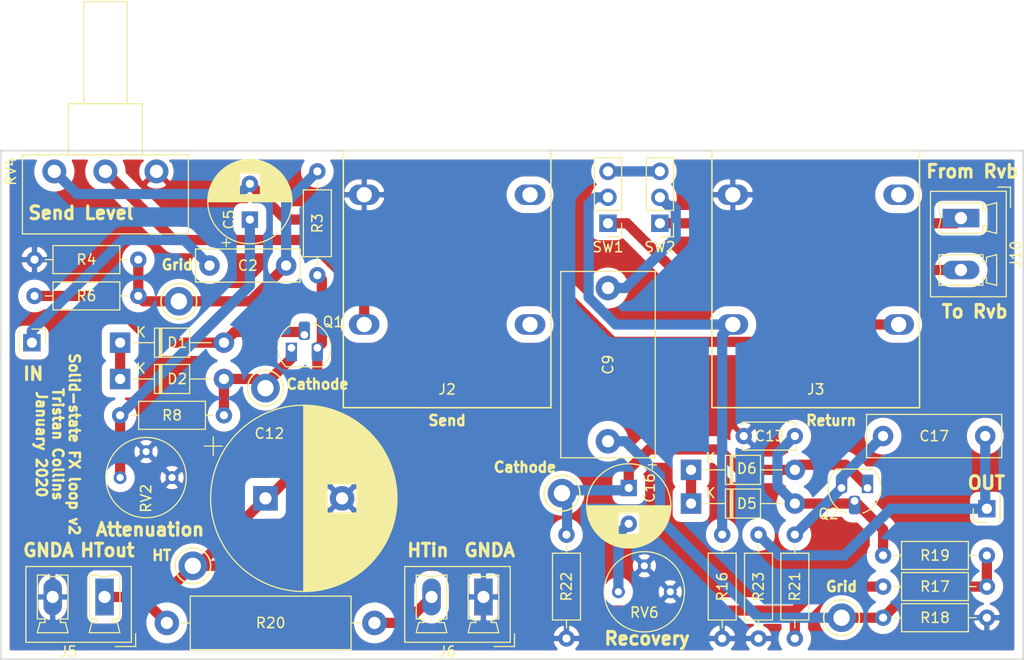
<source format=kicad_pcb>
(kicad_pcb (version 20171130) (host pcbnew "(5.1.5-0-10_14)")
  (layers (0 F.Cu signal) (31 B.Cu signal) (34 B.Paste user) (35 F.Paste user) (36 B.SilkS user) (37 F.SilkS user) (38 B.Mask user) (39 F.Mask user) (44 Edge.Cuts user))
  (net 0 "")
  (net 1 "Net-(C2-Pad1)")
  (net 2 "Net-(C2-Pad2)")
  (net 3 GNDA)
  (net 4 "Net-(C5-Pad2)")
  (net 5 "Net-(C5-Pad1)")
  (net 6 B+)
  (net 7 "Net-(C16-Pad1)")
  (net 8 "Net-(J6-Pad2)")
  (net 9 "Net-(C17-Pad2)")
  (net 10 "Net-(D2-Pad2)")
  (net 11 "Net-(D1-Pad2)")
  (net 12 "Net-(C13-Pad2)")
  (net 13 "Net-(C17-Pad1)")
  (net 14 "Net-(C9-Pad1)")
  (net 15 "Net-(SW1-Pad3)")
  (net 16 "Net-(C16-Pad2)")
  (net 17 "Net-(D1-Pad1)")
  (net 18 "Net-(D5-Pad1)")
  (net 19 "Net-(C9-Pad2)")
  (net 20 "Net-(J10-Pad2)")
  (net 21 "Net-(J10-Pad1)")
  (net 22 "Net-(J3-PadT)")
  (net 23 "Net-(J2-PadT)")
  (module TCcustom:GuitarJack (layer F.Cu) (at 179.337 58.42 90)
    (fp_text reference J3 (at -12.7 0) (layer F.SilkS))
    (fp_text value GuitarJack)
    (pad SN thru_hole oval (at 6.35 8.115 90) (size 2 3) (drill 1.5) (layers *.Cu *.Mask))
    (pad S thru_hole oval (at 6.35 -8.115 90) (size 2 3) (drill 1.5) (layers *.Cu *.Mask) (net 3 GNDA))
    (pad TN thru_hole oval (at -6.35 8.115 90) (size 2 3) (drill 1.5) (layers *.Cu *.Mask) (net 4 "Net-(C5-Pad2)"))
    (pad T thru_hole oval (at -6.35 -8.115 90) (size 2 3) (drill 1.5) (layers *.Cu *.Mask) (net 22 "Net-(J3-PadT)"))
  )
  (module TCcustom:GuitarJack (layer F.Cu) (at 143.256 58.42 90)
    (fp_text reference J2 (at -12.7 0) (layer F.SilkS))
    (fp_text value GuitarJack)
    (pad SN thru_hole oval (at 6.35 8.115 90) (size 2 3) (drill 1.5) (layers *.Cu *.Mask))
    (pad S thru_hole oval (at 6.35 -8.115 90) (size 2 3) (drill 1.5) (layers *.Cu *.Mask) (net 3 GNDA))
    (pad TN thru_hole oval (at -6.35 8.115 90) (size 2 3) (drill 1.5) (layers *.Cu *.Mask))
    (pad T thru_hole oval (at -6.35 -8.115 90) (size 2 3) (drill 1.5) (layers *.Cu *.Mask) (net 23 "Net-(J2-PadT)"))
  )
  (module Potentiometer_THT:Potentiometer_Piher_T-16H_Single_Horizontal (layer F.Cu) (at 114.808 49.784 90)
    (fp_text reference RV4 (at 0 -14.25 90) (layer F.SilkS))
    (fp_text value "25k Log")
    (pad 1 thru_hole circle (at 0 0 90) (size 2.34 2.34) (drill 1.3) (layers *.Cu *.Mask) (net 3 GNDA))
    (pad 2 thru_hole circle (at 0 -5 90) (size 2.34 2.34) (drill 1.3) (layers *.Cu *.Mask) (net 23 "Net-(J2-PadT)"))
    (pad 3 thru_hole circle (at 0 -10 90) (size 2.34 2.34) (drill 1.3) (layers *.Cu *.Mask) (net 4 "Net-(C5-Pad2)"))
  )
  (module Potentiometer_THT:Potentiometer_Bourns_3339P_Vertical (layer F.Cu) (at 160.02 90.932 270)
    (fp_text reference RV6 (at 2.032 -2.54) (layer F.SilkS))
    (fp_text value "50k Lin")
    (pad 3 thru_hole circle (at 0 -5.08 270) (size 1.26 1.26) (drill 0.7) (layers *.Cu *.Mask) (net 3 GNDA))
    (pad 2 thru_hole circle (at -2.54 -2.54 270) (size 1.26 1.26) (drill 0.7) (layers *.Cu *.Mask) (net 3 GNDA))
    (pad 1 thru_hole circle (at 0 0 270) (size 1.26 1.26) (drill 0.7) (layers *.Cu *.Mask) (net 16 "Net-(C16-Pad2)"))
  )
  (module Capacitor_THT:C_Disc_D5.0mm_W2.5mm_P5.00mm (layer F.Cu) (at 172.292 75.692)
    (fp_text reference C13 (at 2.54 0) (layer F.SilkS))
    (fp_text value 100p)
    (pad 2 thru_hole circle (at 5 0) (size 1.6 1.6) (drill 0.8) (layers *.Cu *.Mask) (net 12 "Net-(C13-Pad2)"))
    (pad 1 thru_hole circle (at 0 0) (size 1.6 1.6) (drill 0.8) (layers *.Cu *.Mask) (net 3 GNDA))
  )
  (module Diode_THT:D_T-1_P10.16mm_Horizontal (layer F.Cu) (at 167.132 79)
    (fp_text reference D6 (at 5.461 -0.127) (layer F.SilkS))
    (fp_text value 12V)
    (fp_text user K (at 1.905 -1.143) (layer F.SilkS))
    (pad 1 thru_hole rect (at 0 0) (size 2 2) (drill 1) (layers *.Cu *.Mask) (net 18 "Net-(D5-Pad1)"))
    (pad 2 thru_hole oval (at 10.16 0) (size 2 2) (drill 1) (layers *.Cu *.Mask) (net 7 "Net-(C16-Pad1)"))
  )
  (module TCcustom:R_Axial_DIN0207_L6.3mm_D2.5mm_P10.16mm_Horizontal_TC (layer F.Cu) (at 185.928 87.376)
    (fp_text reference R19 (at 5.08 0) (layer F.SilkS))
    (fp_text value 10k)
    (pad 2 thru_hole oval (at 10.16 0) (size 1.6 1.6) (drill 0.8) (layers *.Cu *.Mask) (net 14 "Net-(C9-Pad1)"))
    (pad 1 thru_hole circle (at 0 0) (size 1.6 1.6) (drill 0.8) (layers *.Cu *.Mask) (net 12 "Net-(C13-Pad2)"))
  )
  (module Capacitor_THT:C_Rect_L10.0mm_W3.0mm_P7.50mm_FKS3_FKP3 (layer F.Cu) (at 127.5 59 180)
    (fp_text reference C2 (at 3.75 0 180) (layer F.SilkS))
    (fp_text value "10n 630V")
    (pad 1 thru_hole circle (at 0 0 180) (size 2 2) (drill 1) (layers *.Cu *.Mask) (net 1 "Net-(C2-Pad1)"))
    (pad 2 thru_hole circle (at 7.5 0 180) (size 2 2) (drill 1) (layers *.Cu *.Mask) (net 2 "Net-(C2-Pad2)"))
  )
  (module Capacitor_THT:CP_Radial_D18.0mm_P7.50mm (layer F.Cu) (at 125.476 81.788)
    (fp_text reference C12 (at 0.381 -6.35) (layer F.SilkS))
    (fp_text value "47u 450V")
    (pad 1 thru_hole rect (at 0 0) (size 2.4 2.4) (drill 1.2) (layers *.Cu *.Mask) (net 6 B+))
    (pad 2 thru_hole circle (at 7.5 0) (size 2.4 2.4) (drill 1.2) (layers *.Cu *.Mask) (net 3 GNDA))
  )
  (module Connector_Phoenix_MC_HighVoltage:PhoenixContact_MCV_1,5_2-G-5.08_1x02_P5.08mm_Vertical (layer F.Cu) (at 109.728 91.44 180)
    (fp_text reference J5 (at 3.54 -5.35 180) (layer F.SilkS))
    (fp_text value Screw_Terminal_1x02)
    (pad 1 thru_hole rect (at 0 0 180) (size 1.8 3.6) (drill 1.2) (layers *.Cu *.Mask) (net 6 B+))
    (pad 2 thru_hole oval (at 5.08 0 180) (size 1.8 3.6) (drill 1.2) (layers *.Cu *.Mask) (net 3 GNDA))
  )
  (module Connector_Phoenix_MC_HighVoltage:PhoenixContact_MCV_1,5_2-G-5.08_1x02_P5.08mm_Vertical (layer F.Cu) (at 146.812 91.44 180)
    (fp_text reference J6 (at 3.54 -5.35 180) (layer F.SilkS))
    (fp_text value Screw_Terminal_1x02)
    (pad 2 thru_hole oval (at 5.08 0 180) (size 1.8 3.6) (drill 1.2) (layers *.Cu *.Mask) (net 8 "Net-(J6-Pad2)"))
    (pad 1 thru_hole rect (at 0 0 180) (size 1.8 3.6) (drill 1.2) (layers *.Cu *.Mask) (net 3 GNDA))
  )
  (module Potentiometer_THT:Potentiometer_Bourns_3339P_Vertical (layer F.Cu) (at 111.252 79.756 270)
    (fp_text reference RV2 (at 2.032 -2.54 270) (layer F.SilkS))
    (fp_text value "10k Lin")
    (pad 3 thru_hole circle (at 0 -5.08 270) (size 1.26 1.26) (drill 0.7) (layers *.Cu *.Mask) (net 3 GNDA))
    (pad 2 thru_hole circle (at -2.54 -2.54 270) (size 1.26 1.26) (drill 0.7) (layers *.Cu *.Mask) (net 3 GNDA))
    (pad 1 thru_hole circle (at 0 0 270) (size 1.26 1.26) (drill 0.7) (layers *.Cu *.Mask) (net 5 "Net-(C5-Pad1)"))
  )
  (module Capacitor_THT:CP_Radial_D8.0mm_P3.50mm (layer F.Cu) (at 123.952 54.5 90)
    (fp_text reference C5 (at 0 -2.032 90) (layer F.SilkS))
    (fp_text value "10u 25V")
    (pad 1 thru_hole rect (at 0 0 90) (size 1.6 1.6) (drill 0.8) (layers *.Cu *.Mask) (net 5 "Net-(C5-Pad1)"))
    (pad 2 thru_hole circle (at 3.5 0 90) (size 1.6 1.6) (drill 0.8) (layers *.Cu *.Mask) (net 4 "Net-(C5-Pad2)"))
  )
  (module Capacitor_THT:C_Rect_L18.0mm_W9.0mm_P15.00mm_FKS3_FKP3 (layer F.Cu) (at 159.004 76.2 90)
    (fp_text reference C9 (at 7.5 0 90) (layer F.SilkS))
    (fp_text value "100n 630V")
    (pad 1 thru_hole circle (at 0 0 90) (size 2.4 2.4) (drill 1.2) (layers *.Cu *.Mask) (net 14 "Net-(C9-Pad1)"))
    (pad 2 thru_hole circle (at 15 0 90) (size 2.4 2.4) (drill 1.2) (layers *.Cu *.Mask) (net 19 "Net-(C9-Pad2)"))
  )
  (module Capacitor_THT:CP_Radial_D8.0mm_P3.50mm (layer F.Cu) (at 161.036 80.772 270)
    (fp_text reference C16 (at 0 -2.032 270) (layer F.SilkS))
    (fp_text value "10u 25V")
    (pad 1 thru_hole rect (at 0 0 270) (size 1.6 1.6) (drill 0.8) (layers *.Cu *.Mask) (net 7 "Net-(C16-Pad1)"))
    (pad 2 thru_hole circle (at 3.5 0 270) (size 1.6 1.6) (drill 0.8) (layers *.Cu *.Mask) (net 16 "Net-(C16-Pad2)"))
  )
  (module Capacitor_THT:C_Rect_L13.0mm_W4.0mm_P10.00mm_FKS3_FKP3_MKS4 (layer F.Cu) (at 185.928 75.692)
    (fp_text reference C17 (at 5 0) (layer F.SilkS))
    (fp_text value "22n 630V")
    (pad 1 thru_hole circle (at 0 0) (size 2 2) (drill 1) (layers *.Cu *.Mask) (net 13 "Net-(C17-Pad1)"))
    (pad 2 thru_hole circle (at 10 0) (size 2 2) (drill 1) (layers *.Cu *.Mask) (net 9 "Net-(C17-Pad2)"))
  )
  (module Diode_THT:D_T-1_P10.16mm_Horizontal (layer F.Cu) (at 111.252 66.548)
    (fp_text reference D1 (at 5.588 0) (layer F.SilkS))
    (fp_text value 12V)
    (fp_text user K (at 2.032 -1.016) (layer F.SilkS))
    (pad 2 thru_hole oval (at 10.16 0) (size 2 2) (drill 1) (layers *.Cu *.Mask) (net 11 "Net-(D1-Pad2)"))
    (pad 1 thru_hole rect (at 0 0) (size 2 2) (drill 1) (layers *.Cu *.Mask) (net 17 "Net-(D1-Pad1)"))
  )
  (module Diode_THT:D_T-1_P10.16mm_Horizontal (layer F.Cu) (at 111.252 70.104)
    (fp_text reference D2 (at 5.588 0) (layer F.SilkS))
    (fp_text value 12V)
    (fp_text user K (at 2.032 -1.016) (layer F.SilkS))
    (pad 1 thru_hole rect (at 0 0) (size 2 2) (drill 1) (layers *.Cu *.Mask) (net 17 "Net-(D1-Pad1)"))
    (pad 2 thru_hole oval (at 10.16 0) (size 2 2) (drill 1) (layers *.Cu *.Mask) (net 10 "Net-(D2-Pad2)"))
  )
  (module Diode_THT:D_T-1_P10.16mm_Horizontal (layer F.Cu) (at 167.132 82.296)
    (fp_text reference D5 (at 5.461 0) (layer F.SilkS))
    (fp_text value 12V)
    (fp_text user K (at 1.905 -1.016) (layer F.SilkS))
    (pad 2 thru_hole oval (at 10.16 0) (size 2 2) (drill 1) (layers *.Cu *.Mask) (net 12 "Net-(C13-Pad2)"))
    (pad 1 thru_hole rect (at 0 0) (size 2 2) (drill 1) (layers *.Cu *.Mask) (net 18 "Net-(D5-Pad1)"))
  )
  (module TCcustom:R_Axial_DIN0207_L6.3mm_D2.5mm_P10.16mm_Horizontal_TC (layer F.Cu) (at 130.556 59.944 90)
    (fp_text reference R3 (at 5.08 0 90) (layer F.SilkS))
    (fp_text value 2.2Meg)
    (pad 1 thru_hole circle (at 0 0 90) (size 1.6 1.6) (drill 0.8) (layers *.Cu *.Mask) (net 6 B+))
    (pad 2 thru_hole oval (at 10.16 0 90) (size 1.6 1.6) (drill 0.8) (layers *.Cu *.Mask) (net 1 "Net-(C2-Pad1)"))
  )
  (module TCcustom:R_Axial_DIN0207_L6.3mm_D2.5mm_P10.16mm_Horizontal_TC (layer F.Cu) (at 113.03 58.42 180)
    (fp_text reference R4 (at 5.08 0 180) (layer F.SilkS))
    (fp_text value 2.2Meg)
    (pad 1 thru_hole circle (at 0 0 180) (size 1.6 1.6) (drill 0.8) (layers *.Cu *.Mask) (net 1 "Net-(C2-Pad1)"))
    (pad 2 thru_hole oval (at 10.16 0 180) (size 1.6 1.6) (drill 0.8) (layers *.Cu *.Mask) (net 3 GNDA))
  )
  (module TCcustom:R_Axial_DIN0207_L6.3mm_D2.5mm_P10.16mm_Horizontal_TC (layer F.Cu) (at 102.87 61.976)
    (fp_text reference R6 (at 5.08 0) (layer F.SilkS))
    (fp_text value 1k)
    (pad 1 thru_hole circle (at 0 0) (size 1.6 1.6) (drill 0.8) (layers *.Cu *.Mask) (net 11 "Net-(D1-Pad2)"))
    (pad 2 thru_hole oval (at 10.16 0) (size 1.6 1.6) (drill 0.8) (layers *.Cu *.Mask) (net 1 "Net-(C2-Pad1)"))
  )
  (module TCcustom:R_Axial_DIN0207_L6.3mm_D2.5mm_P10.16mm_Horizontal_TC (layer F.Cu) (at 121.412 73.66 180)
    (fp_text reference R8 (at 5.08 0 180) (layer F.SilkS))
    (fp_text value 100k)
    (pad 2 thru_hole oval (at 10.16 0 180) (size 1.6 1.6) (drill 0.8) (layers *.Cu *.Mask) (net 5 "Net-(C5-Pad1)"))
    (pad 1 thru_hole circle (at 0 0 180) (size 1.6 1.6) (drill 0.8) (layers *.Cu *.Mask) (net 10 "Net-(D2-Pad2)"))
  )
  (module TCcustom:R_Axial_DIN0207_L6.3mm_D2.5mm_P10.16mm_Horizontal_TC (layer F.Cu) (at 170.18 85.344 270)
    (fp_text reference R16 (at 5.08 0 270) (layer F.SilkS))
    (fp_text value 1Meg)
    (pad 2 thru_hole oval (at 10.16 0 270) (size 1.6 1.6) (drill 0.8) (layers *.Cu *.Mask) (net 3 GNDA))
    (pad 1 thru_hole circle (at 0 0 270) (size 1.6 1.6) (drill 0.8) (layers *.Cu *.Mask) (net 22 "Net-(J3-PadT)"))
  )
  (module TCcustom:R_Axial_DIN0207_L6.3mm_D2.5mm_P10.16mm_Horizontal_TC (layer F.Cu) (at 185.928 90.424)
    (fp_text reference R17 (at 5.08 0) (layer F.SilkS))
    (fp_text value 1.5Meg)
    (pad 1 thru_hole circle (at 0 0) (size 1.6 1.6) (drill 0.8) (layers *.Cu *.Mask) (net 6 B+))
    (pad 2 thru_hole oval (at 10.16 0) (size 1.6 1.6) (drill 0.8) (layers *.Cu *.Mask) (net 14 "Net-(C9-Pad1)"))
  )
  (module TCcustom:R_Axial_DIN0207_L6.3mm_D2.5mm_P10.16mm_Horizontal_TC (layer F.Cu) (at 185.928 93.472)
    (fp_text reference R18 (at 5.08 0) (layer F.SilkS))
    (fp_text value 100k)
    (pad 2 thru_hole oval (at 10.16 0) (size 1.6 1.6) (drill 0.8) (layers *.Cu *.Mask) (net 3 GNDA))
    (pad 1 thru_hole circle (at 0 0) (size 1.6 1.6) (drill 0.8) (layers *.Cu *.Mask) (net 14 "Net-(C9-Pad1)"))
  )
  (module TCcustom:R_Axial_DIN0207_L6.3mm_D2.5mm_P10.16mm_Horizontal_TC (layer F.Cu) (at 177.292 95.504 90)
    (fp_text reference R21 (at 5.08 0 90) (layer F.SilkS))
    (fp_text value 100k)
    (pad 2 thru_hole oval (at 10.16 0 90) (size 1.6 1.6) (drill 0.8) (layers *.Cu *.Mask) (net 13 "Net-(C17-Pad1)"))
    (pad 1 thru_hole circle (at 0 0 90) (size 1.6 1.6) (drill 0.8) (layers *.Cu *.Mask) (net 6 B+))
  )
  (module TCcustom:R_Axial_DIN0207_L6.3mm_D2.5mm_P10.16mm_Horizontal_TC (layer F.Cu) (at 154.94 85.344 270)
    (fp_text reference R22 (at 5.08 0 270) (layer F.SilkS))
    (fp_text value 18k)
    (pad 2 thru_hole oval (at 10.16 0 270) (size 1.6 1.6) (drill 0.8) (layers *.Cu *.Mask) (net 3 GNDA))
    (pad 1 thru_hole circle (at 0 0 270) (size 1.6 1.6) (drill 0.8) (layers *.Cu *.Mask) (net 7 "Net-(C16-Pad1)"))
  )
  (module TCcustom:R_Axial_DIN0207_L6.3mm_D2.5mm_P10.16mm_Horizontal_TC (layer F.Cu) (at 173.736 85.344 270)
    (fp_text reference R23 (at 5.08 0 270) (layer F.SilkS))
    (fp_text value 1Meg)
    (pad 1 thru_hole circle (at 0 0 270) (size 1.6 1.6) (drill 0.8) (layers *.Cu *.Mask) (net 9 "Net-(C17-Pad2)"))
    (pad 2 thru_hole oval (at 10.16 0 270) (size 1.6 1.6) (drill 0.8) (layers *.Cu *.Mask) (net 3 GNDA))
  )
  (module Package_TO_SOT_THT:TO-92L_HandSolder (layer F.Cu) (at 128.016 67.056)
    (fp_text reference Q1 (at 4.064 -2.54) (layer F.SilkS))
    (fp_text value LND150)
    (pad 1 thru_hole rect (at 0 0) (size 1.1 1.8) (drill 0.75 (offset 0 0.4)) (layers *.Cu *.Mask) (net 10 "Net-(D2-Pad2)"))
    (pad 3 thru_hole roundrect (at 2.54 0) (size 1.1 1.8) (drill 0.75 (offset 0 0.4)) (layers *.Cu *.Mask) (net 6 B+))
    (pad 2 thru_hole roundrect (at 1.27 -1.27) (size 1.1 1.8) (drill 0.75 (offset 0 -0.4)) (layers *.Cu *.Mask) (net 11 "Net-(D1-Pad2)"))
  )
  (module Package_TO_SOT_THT:TO-92L_HandSolder (layer F.Cu) (at 184.404 80.772 180)
    (fp_text reference Q2 (at 3.81 -2.54 180) (layer F.SilkS))
    (fp_text value LND150)
    (pad 2 thru_hole roundrect (at 1.27 -1.27 180) (size 1.1 1.8) (drill 0.75 (offset 0 -0.4)) (layers *.Cu *.Mask) (net 12 "Net-(C13-Pad2)"))
    (pad 3 thru_hole roundrect (at 2.54 0 180) (size 1.1 1.8) (drill 0.75 (offset 0 0.4)) (layers *.Cu *.Mask) (net 13 "Net-(C17-Pad1)"))
    (pad 1 thru_hole rect (at 0 0 180) (size 1.1 1.8) (drill 0.75 (offset 0 0.4)) (layers *.Cu *.Mask) (net 7 "Net-(C16-Pad1)"))
  )
  (module TestPoint:TestPoint_Keystone_5005-5009_Compact (layer F.Cu) (at 117 62.5)
    (fp_text reference TP1 hide)
    (fp_text value TestPoint)
    (pad 1 thru_hole circle (at 0 0) (size 2.8 2.8) (drill 1.6) (layers *.Cu *.Mask) (net 1 "Net-(C2-Pad1)"))
  )
  (module TestPoint:TestPoint_Keystone_5005-5009_Compact (layer F.Cu) (at 125.476 71)
    (fp_text reference TP2 hide)
    (fp_text value TestPoint)
    (pad 1 thru_hole circle (at 0 0) (size 2.8 2.8) (drill 1.6) (layers *.Cu *.Mask) (net 10 "Net-(D2-Pad2)"))
  )
  (module TestPoint:TestPoint_Keystone_5005-5009_Compact (layer F.Cu) (at 181.864 93.472 90)
    (fp_text reference TP3 hide)
    (fp_text value TestPoint)
    (pad 1 thru_hole circle (at 0 0 90) (size 2.8 2.8) (drill 1.6) (layers *.Cu *.Mask) (net 14 "Net-(C9-Pad1)"))
  )
  (module TestPoint:TestPoint_Keystone_5005-5009_Compact (layer F.Cu) (at 118.364 88.392 90)
    (fp_text reference TP4 hide)
    (fp_text value TestPoint)
    (pad 1 thru_hole circle (at 0 0 90) (size 2.8 2.8) (drill 1.6) (layers *.Cu *.Mask) (net 6 B+))
  )
  (module TestPoint:TestPoint_Keystone_5005-5009_Compact (layer F.Cu) (at 154.5 81.28 90)
    (fp_text reference TP5 hide)
    (fp_text value TestPoint)
    (pad 1 thru_hole circle (at 0 0 90) (size 2.8 2.8) (drill 1.6) (layers *.Cu *.Mask) (net 7 "Net-(C16-Pad1)"))
  )
  (module Connector_Phoenix_MC_HighVoltage:PhoenixContact_MCV_1,5_2-G-5.08_1x02_P5.08mm_Vertical (layer F.Cu) (at 193.548 54.356 270)
    (fp_text reference J10 (at 3.54 -5.35 270) (layer F.SilkS))
    (fp_text value Screw_Terminal_1x02)
    (pad 2 thru_hole oval (at 5.08 0 270) (size 1.8 3.6) (drill 1.2) (layers *.Cu *.Mask) (net 20 "Net-(J10-Pad2)"))
    (pad 1 thru_hole rect (at 0 0 270) (size 1.8 3.6) (drill 1.2) (layers *.Cu *.Mask) (net 21 "Net-(J10-Pad1)"))
  )
  (module Resistor_THT:R_Axial_DIN0516_L15.5mm_D5.0mm_P20.32mm_Horizontal (layer F.Cu) (at 136.144 93.98 180)
    (fp_text reference R20 (at 10.16 0 180) (layer F.SilkS))
    (fp_text value "1k 1W")
    (pad 1 thru_hole circle (at 0 0 180) (size 2.4 2.4) (drill 1.2) (layers *.Cu *.Mask) (net 8 "Net-(J6-Pad2)"))
    (pad 2 thru_hole oval (at 20.32 0 180) (size 2.4 2.4) (drill 1.2) (layers *.Cu *.Mask) (net 6 B+))
  )
  (module Connector_PinHeader_2.54mm:PinHeader_1x03_P2.54mm_Vertical (layer F.Cu) (at 159.004 54.864 180)
    (fp_text reference SW1 (at 0 -2.33 180) (layer F.SilkS))
    (fp_text value SW_SPDT)
    (pad 3 thru_hole oval (at 0 5.08 180) (size 1.7 1.7) (drill 1) (layers *.Cu *.Mask) (net 15 "Net-(SW1-Pad3)"))
    (pad 2 thru_hole oval (at 0 2.54 180) (size 1.7 1.7) (drill 1) (layers *.Cu *.Mask) (net 22 "Net-(J3-PadT)"))
    (pad 1 thru_hole rect (at 0 0 180) (size 1.7 1.7) (drill 1) (layers *.Cu *.Mask) (net 20 "Net-(J10-Pad2)"))
  )
  (module Connector_PinHeader_2.54mm:PinHeader_1x03_P2.54mm_Vertical (layer F.Cu) (at 164.084 54.864 180)
    (fp_text reference SW2 (at 0 -2.33 180) (layer F.SilkS))
    (fp_text value SW_SPDT)
    (pad 1 thru_hole rect (at 0 0 180) (size 1.7 1.7) (drill 1) (layers *.Cu *.Mask) (net 21 "Net-(J10-Pad1)"))
    (pad 2 thru_hole oval (at 0 2.54 180) (size 1.7 1.7) (drill 1) (layers *.Cu *.Mask) (net 19 "Net-(C9-Pad2)"))
    (pad 3 thru_hole oval (at 0 5.08 180) (size 1.7 1.7) (drill 1) (layers *.Cu *.Mask) (net 15 "Net-(SW1-Pad3)"))
  )
  (module Connector_PinHeader_2.54mm:PinHeader_1x01_P2.54mm_Vertical (layer F.Cu) (at 102.616 66.548 270)
    (fp_text reference J1 hide)
    (fp_text value Screw_Terminal_01x01)
    (pad 1 thru_hole rect (at 0 0 270) (size 1.7 1.7) (drill 1) (layers *.Cu *.Mask) (net 2 "Net-(C2-Pad2)"))
  )
  (module Connector_PinHeader_2.54mm:PinHeader_1x01_P2.54mm_Vertical (layer F.Cu) (at 196.088 82.804 90)
    (fp_text reference J7 hide)
    (fp_text value Screw_Terminal_01x01)
    (pad 1 thru_hole rect (at 0 0 90) (size 1.7 1.7) (drill 1) (layers *.Cu *.Mask) (net 9 "Net-(C17-Pad2)"))
  )
  (gr_text "From Rvb" (at 189.992 49.784) (layer F.SilkS) (effects (font (size 1.25 1.25) (thickness 0.3)) (justify left)))
  (gr_text Return (at 180.848 74.168) (layer F.SilkS) (effects (font (size 1 1) (thickness 0.25))))
  (gr_text Send (at 143.256 74.168) (layer F.SilkS) (effects (font (size 1 1) (thickness 0.25))))
  (gr_text HT (at 115.316 87.376) (layer F.SilkS) (effects (font (size 1 1) (thickness 0.25))))
  (gr_text Cathode (at 150.876 78.74) (layer F.SilkS) (effects (font (size 1 1) (thickness 0.25))))
  (gr_text Grid (at 181.864 90.424) (layer F.SilkS) (effects (font (size 1 1) (thickness 0.25))))
  (gr_text Cathode (at 130.556 70.612) (layer F.SilkS) (effects (font (size 1 1) (thickness 0.25))))
  (gr_text Grid (at 116.84 58.928) (layer F.SilkS) (effects (font (size 1 1) (thickness 0.25))))
  (gr_text "To Rvb" (at 191.516 63.5) (layer F.SilkS) (effects (font (size 1.25 1.25) (thickness 0.3)) (justify left)))
  (gr_text GNDA (at 101.6 86.868) (layer F.SilkS) (effects (font (size 1.25 1.25) (thickness 0.3)) (justify left)))
  (gr_text GNDA (at 144.78 86.868) (layer F.SilkS) (effects (font (size 1.25 1.25) (thickness 0.3)) (justify left)))
  (gr_text HTout (at 107.188 86.868) (layer F.SilkS) (effects (font (size 1.25 1.25) (thickness 0.3)) (justify left)))
  (gr_text HTin (at 139.192 86.868) (layer F.SilkS) (effects (font (size 1.25 1.25) (thickness 0.3)) (justify left)))
  (gr_text OUT (at 194.056 80.264) (layer F.SilkS) (effects (font (size 1.25 1.25) (thickness 0.3)) (justify left)))
  (gr_text IN (at 101.6 69.596) (layer F.SilkS) (effects (font (size 1.25 1.25) (thickness 0.3)) (justify left)))
  (gr_text "Send Level" (at 102.108 53.848) (layer F.SilkS) (effects (font (size 1.25 1.25) (thickness 0.3)) (justify left)))
  (gr_text Attenuation (at 108.712 84.836) (layer F.SilkS) (effects (font (size 1.25 1.25) (thickness 0.3)) (justify left)))
  (gr_text Recovery (at 158.496 95.504) (layer F.SilkS) (effects (font (size 1.25 1.25) (thickness 0.3)) (justify left)))
  (gr_line (start 199.644 47.752) (end 199.644 97.536) (layer Edge.Cuts) (width 0.15))
  (gr_line (start 99.568 47.752) (end 99.568 97.536) (layer Edge.Cuts) (width 0.15))
  (gr_line (start 112.776 97.536) (end 192.532 97.536) (layer Edge.Cuts) (width 0.15))
  (gr_line (start 192.532 97.536) (end 199.644 97.536) (layer Edge.Cuts) (width 0.15))
  (gr_line (start 112.776 97.536) (end 99.568 97.536) (layer Edge.Cuts) (width 0.15))
  (gr_line (start 199.644 47.752) (end 99.568 47.752) (layer Edge.Cuts) (width 0.15))
  (gr_text "Solid-state FX loop v2\nTristan Collins\nJanuary 2020" (at 105.156 76.5 270) (layer F.SilkS) (effects (font (size 1 1) (thickness 0.25))))
  (segment (start 113.03 61.976) (end 113.03 58.42) (width 1) (layer F.Cu) (net 1))
  (segment (start 127.5 52.84) (end 130.556 49.784) (width 1) (layer B.Cu) (net 1))
  (segment (start 127.5 59) (end 127.5 52.84) (width 1) (layer B.Cu) (net 1))
  (segment (start 124 62.5) (end 127.5 59) (width 1) (layer F.Cu) (net 1))
  (segment (start 113.554 62.5) (end 124 62.5) (width 1) (layer F.Cu) (net 1))
  (segment (start 113.03 61.976) (end 113.554 62.5) (width 1) (layer F.Cu) (net 1))
  (segment (start 102.616 66.548) (end 102.616 66.384) (width 1) (layer B.Cu) (net 2))
  (segment (start 119.000001 58.000001) (end 120 59) (width 1) (layer B.Cu) (net 2))
  (segment (start 117.5 56.5) (end 119.000001 58.000001) (width 1) (layer B.Cu) (net 2))
  (segment (start 111.5 56.5) (end 117.5 56.5) (width 1) (layer B.Cu) (net 2))
  (segment (start 102.616 65.384) (end 111.5 56.5) (width 1) (layer B.Cu) (net 2))
  (segment (start 102.616 66.548) (end 102.616 65.384) (width 1) (layer B.Cu) (net 2))
  (segment (start 184.952 64.77) (end 187.452 64.77) (width 1) (layer F.Cu) (net 4))
  (segment (start 147.5 54.5) (end 159.47001 66.47001) (width 1) (layer F.Cu) (net 4))
  (segment (start 123.952 51) (end 127.452 54.5) (width 1) (layer F.Cu) (net 4))
  (segment (start 127.452 54.5) (end 147.5 54.5) (width 1) (layer F.Cu) (net 4))
  (segment (start 183.25199 66.47001) (end 184.952 64.77) (width 1) (layer F.Cu) (net 4))
  (segment (start 159.47001 66.47001) (end 183.25199 66.47001) (width 1) (layer F.Cu) (net 4))
  (segment (start 122.952 52) (end 123.952 51) (width 1) (layer B.Cu) (net 4))
  (segment (start 107.024 52) (end 122.952 52) (width 1) (layer B.Cu) (net 4))
  (segment (start 104.808 49.784) (end 107.024 52) (width 1) (layer B.Cu) (net 4))
  (segment (start 111.252 79.756) (end 111.252 73.66) (width 1) (layer F.Cu) (net 5))
  (segment (start 123.952 60.96) (end 123.952 54.5) (width 1) (layer B.Cu) (net 5))
  (segment (start 111.252 73.66) (end 123.952 60.96) (width 1) (layer B.Cu) (net 5))
  (segment (start 113.284 91.44) (end 115.824 93.98) (width 1) (layer F.Cu) (net 6))
  (segment (start 109.728 91.44) (end 113.284 91.44) (width 1) (layer F.Cu) (net 6))
  (segment (start 118.872 88.392) (end 125.476 81.788) (width 1) (layer F.Cu) (net 6))
  (segment (start 152.719998 88.392) (end 157.097999 92.770001) (width 1) (layer F.Cu) (net 6))
  (segment (start 118.872 88.392) (end 152.719998 88.392) (width 1) (layer F.Cu) (net 6))
  (segment (start 177.292 95.504) (end 177.292 92.770001) (width 1) (layer F.Cu) (net 6))
  (segment (start 157.097999 92.770001) (end 177.292 92.770001) (width 1) (layer F.Cu) (net 6))
  (segment (start 179.638001 90.424) (end 177.292 92.770001) (width 1) (layer F.Cu) (net 6))
  (segment (start 185.928 90.424) (end 179.638001 90.424) (width 1) (layer F.Cu) (net 6))
  (segment (start 115.316 91.44) (end 118.364 88.392) (width 1) (layer F.Cu) (net 6))
  (segment (start 113.284 91.44) (end 115.316 91.44) (width 1) (layer F.Cu) (net 6))
  (segment (start 130.556 76.944) (end 130.556 67.056) (width 1) (layer F.Cu) (net 6))
  (segment (start 125.712 81.788) (end 130.556 76.944) (width 1) (layer F.Cu) (net 6))
  (segment (start 125.476 81.788) (end 125.712 81.788) (width 1) (layer F.Cu) (net 6))
  (segment (start 131 60.388) (end 130.556 59.944) (width 1) (layer F.Cu) (net 6))
  (segment (start 131 66.612) (end 131 60.388) (width 1) (layer F.Cu) (net 6))
  (segment (start 130.556 67.056) (end 131 66.612) (width 1) (layer F.Cu) (net 6))
  (segment (start 184.404 80.633126) (end 184.404 80.772) (width 1) (layer F.Cu) (net 7))
  (segment (start 177.292 79) (end 177.792 78.5) (width 1) (layer F.Cu) (net 7))
  (segment (start 182.270874 78.5) (end 184.404 80.633126) (width 1) (layer F.Cu) (net 7))
  (segment (start 171.879998 79) (end 177.292 79) (width 1) (layer F.Cu) (net 7))
  (segment (start 177.792 78.5) (end 182.270874 78.5) (width 1) (layer F.Cu) (net 7))
  (segment (start 163.008 77) (end 169.879998 77) (width 1) (layer F.Cu) (net 7))
  (segment (start 161.036 78.972) (end 163.008 77) (width 1) (layer F.Cu) (net 7))
  (segment (start 169.879998 77) (end 171.879998 79) (width 1) (layer F.Cu) (net 7))
  (segment (start 161.036 80.772) (end 161.036 78.972) (width 1) (layer F.Cu) (net 7))
  (segment (start 154.5 82) (end 154.5 81.28) (width 1) (layer B.Cu) (net 7))
  (segment (start 155 82.5) (end 154.5 82) (width 1) (layer B.Cu) (net 7))
  (segment (start 155 85.284) (end 155 82.5) (width 1) (layer B.Cu) (net 7))
  (segment (start 154.94 85.344) (end 155 85.284) (width 1) (layer B.Cu) (net 7))
  (segment (start 160.808 81) (end 161.036 80.772) (width 1) (layer B.Cu) (net 7))
  (segment (start 154.78 81) (end 160.808 81) (width 1) (layer B.Cu) (net 7))
  (segment (start 154.5 81.28) (end 154.78 81) (width 1) (layer B.Cu) (net 7))
  (segment (start 139.192 93.98) (end 141.732 91.44) (width 1) (layer F.Cu) (net 8))
  (segment (start 136.144 93.98) (end 139.192 93.98) (width 1) (layer F.Cu) (net 8))
  (segment (start 195.928 82.644) (end 196.088 82.804) (width 1) (layer B.Cu) (net 9))
  (segment (start 195.928 75.692) (end 195.928 82.644) (width 1) (layer B.Cu) (net 9))
  (segment (start 186.696 82.804) (end 196.088 82.804) (width 1) (layer B.Cu) (net 9))
  (segment (start 182.124 87.376) (end 186.696 82.804) (width 1) (layer B.Cu) (net 9))
  (segment (start 175.768 87.376) (end 182.124 87.376) (width 1) (layer B.Cu) (net 9))
  (segment (start 173.736 85.344) (end 175.768 87.376) (width 1) (layer B.Cu) (net 9))
  (segment (start 121.412 73.66) (end 121.412 70.104) (width 1) (layer F.Cu) (net 10))
  (segment (start 128.016 68.072) (end 128.016 67.056) (width 1) (layer F.Cu) (net 10))
  (segment (start 125.476 71) (end 125.476 70.612) (width 1) (layer F.Cu) (net 10))
  (segment (start 125.476 70.612) (end 128.016 68.072) (width 1) (layer F.Cu) (net 10))
  (segment (start 124.58 70.104) (end 125.476 71) (width 1) (layer F.Cu) (net 10))
  (segment (start 121.412 70.104) (end 124.58 70.104) (width 1) (layer F.Cu) (net 10))
  (segment (start 114.476001 66.548) (end 121.412 66.548) (width 1) (layer F.Cu) (net 11))
  (segment (start 109.904001 61.976) (end 114.476001 66.548) (width 1) (layer F.Cu) (net 11))
  (segment (start 102.87 61.976) (end 109.904001 61.976) (width 1) (layer F.Cu) (net 11))
  (segment (start 129 65.5) (end 129.286 65.786) (width 1) (layer F.Cu) (net 11))
  (segment (start 122.46 65.5) (end 129 65.5) (width 1) (layer F.Cu) (net 11))
  (segment (start 121.412 66.548) (end 122.46 65.5) (width 1) (layer F.Cu) (net 11))
  (segment (start 185.928 84.836) (end 183.134 82.042) (width 1) (layer F.Cu) (net 12))
  (segment (start 185.928 87.376) (end 185.928 84.836) (width 1) (layer F.Cu) (net 12))
  (segment (start 182.88 82.296) (end 183.134 82.042) (width 1) (layer F.Cu) (net 12))
  (segment (start 177.292 82.296) (end 182.88 82.296) (width 1) (layer F.Cu) (net 12))
  (segment (start 175.591999 80.595999) (end 177.292 82.296) (width 1) (layer B.Cu) (net 12))
  (segment (start 175.591999 77.392001) (end 175.591999 80.595999) (width 1) (layer B.Cu) (net 12))
  (segment (start 177.292 75.692) (end 175.591999 77.392001) (width 1) (layer B.Cu) (net 12))
  (segment (start 177.292 85.344) (end 181.864 80.772) (width 1) (layer B.Cu) (net 13))
  (segment (start 181.864 79.756) (end 185.928 75.692) (width 1) (layer B.Cu) (net 13))
  (segment (start 181.864 80.772) (end 181.864 79.756) (width 1) (layer B.Cu) (net 13))
  (segment (start 185.928 93.472) (end 188.976 90.424) (width 1) (layer F.Cu) (net 14))
  (segment (start 196.088 90.424) (end 188.976 90.424) (width 1) (layer F.Cu) (net 14))
  (segment (start 196.088 90.424) (end 196.088 87.376) (width 1) (layer F.Cu) (net 14))
  (segment (start 185.928 93.472) (end 181.864 93.472) (width 1) (layer F.Cu) (net 14))
  (segment (start 160.701056 76.2) (end 164.084 79.582944) (width 1) (layer B.Cu) (net 14))
  (segment (start 159.004 76.2) (end 160.701056 76.2) (width 1) (layer B.Cu) (net 14))
  (segment (start 164.084 79.582944) (end 164.084 83.82) (width 1) (layer B.Cu) (net 14))
  (segment (start 173.736 93.472) (end 181.864 93.472) (width 1) (layer B.Cu) (net 14))
  (segment (start 164.084 83.82) (end 173.736 93.472) (width 1) (layer B.Cu) (net 14))
  (segment (start 159.004 49.784) (end 164.084 49.784) (width 1) (layer B.Cu) (net 15))
  (segment (start 160.02 85.288) (end 161.036 84.272) (width 1) (layer B.Cu) (net 16))
  (segment (start 160.02 90.932) (end 160.02 85.288) (width 1) (layer B.Cu) (net 16))
  (segment (start 111.252 66.548) (end 111.252 70.104) (width 1) (layer F.Cu) (net 17))
  (segment (start 167.132 82.296) (end 167.132 79.248) (width 1) (layer F.Cu) (net 18))
  (segment (start 160.701056 61.2) (end 159.004 61.2) (width 1) (layer B.Cu) (net 19))
  (segment (start 165.634001 56.267055) (end 160.701056 61.2) (width 1) (layer B.Cu) (net 19))
  (segment (start 165.634001 53.453999) (end 165.634001 56.267055) (width 1) (layer B.Cu) (net 19))
  (segment (start 165.354001 53.173999) (end 165.634001 53.453999) (width 1) (layer B.Cu) (net 19))
  (segment (start 164.933999 53.173999) (end 165.354001 53.173999) (width 1) (layer B.Cu) (net 19))
  (segment (start 164.084 52.324) (end 164.933999 53.173999) (width 1) (layer B.Cu) (net 19))
  (segment (start 165.426 59.436) (end 193.548 59.436) (width 1) (layer F.Cu) (net 20))
  (segment (start 160.854 54.864) (end 165.426 59.436) (width 1) (layer F.Cu) (net 20))
  (segment (start 159.004 54.864) (end 160.854 54.864) (width 1) (layer F.Cu) (net 20))
  (segment (start 193.04 54.864) (end 193.548 54.356) (width 1) (layer F.Cu) (net 21))
  (segment (start 164.084 54.864) (end 193.04 54.864) (width 1) (layer F.Cu) (net 21))
  (segment (start 170.18 85.344) (end 170.18 65.812) (width 1) (layer B.Cu) (net 22))
  (segment (start 170.18 65.812) (end 171.222 64.77) (width 1) (layer B.Cu) (net 22))
  (segment (start 157.801919 52.324) (end 159.004 52.324) (width 1) (layer B.Cu) (net 22))
  (segment (start 157.103999 53.02192) (end 157.801919 52.324) (width 1) (layer B.Cu) (net 22))
  (segment (start 159.761998 64.77) (end 157.103999 62.112001) (width 1) (layer B.Cu) (net 22))
  (segment (start 157.103999 62.112001) (end 157.103999 53.02192) (width 1) (layer B.Cu) (net 22))
  (segment (start 171.222 64.77) (end 159.761998 64.77) (width 1) (layer B.Cu) (net 22))
  (segment (start 116.524 56.5) (end 109.808 49.784) (width 1) (layer F.Cu) (net 23))
  (segment (start 129.666001 56.5) (end 116.524 56.5) (width 1) (layer F.Cu) (net 23))
  (segment (start 135.141 61.974999) (end 129.666001 56.5) (width 1) (layer F.Cu) (net 23))
  (segment (start 135.141 64.77) (end 135.141 61.974999) (width 1) (layer F.Cu) (net 23))
  (zone (net 3) (net_name GNDA) (layer F.Cu) (connect_pads (clearance 0.8)) (min_thickness 0.254) (fill yes (arc_segments 16) (thermal_gap 0.508) (thermal_bridge_width 0.508))
    (polygon (pts (xy 99.568 47.752) (xy 99.568 97.536) (xy 199.644 97.536) (xy 199.644 47.752)))
  )
  (zone (net 3) (net_name GNDA) (layer B.Cu) (connect_pads (clearance 0.8)) (min_thickness 0.254) (fill yes (arc_segments 16) (thermal_gap 0.508) (thermal_bridge_width 0.508))
    (polygon (pts (xy 99.568 47.752) (xy 99.568 97.536) (xy 199.644 97.536) (xy 199.644 47.752)))
  )
)
</source>
